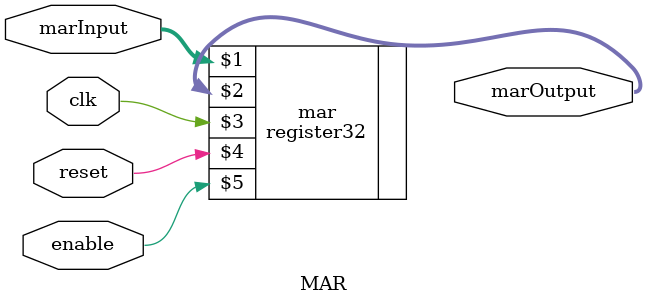
<source format=v>
module MAR(marInput, marOutput, clk, enable, reset);

parameter WIDTH = 32;

	input wire [WIDTH-1:0] marInput;
	output reg [WIDTH-1:0] marOutput;
	input clk, reset, enable;

	

register32 mar(marInput, marOutput, clk, reset, enable);


		
endmodule
</source>
